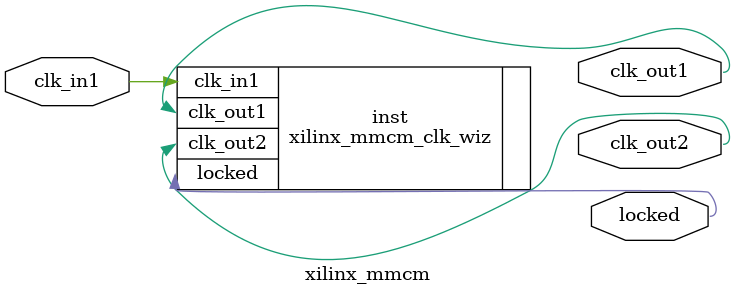
<source format=v>


`timescale 1ps/1ps

(* CORE_GENERATION_INFO = "xilinx_mmcm,clk_wiz_v6_0_4_0_0,{component_name=xilinx_mmcm,use_phase_alignment=true,use_min_o_jitter=false,use_max_i_jitter=false,use_dyn_phase_shift=false,use_inclk_switchover=false,use_dyn_reconfig=false,enable_axi=0,feedback_source=FDBK_AUTO,PRIMITIVE=MMCM,num_out_clk=2,clkin1_period=10.000,clkin2_period=10.000,use_power_down=false,use_reset=false,use_locked=true,use_inclk_stopped=false,feedback_type=SINGLE,CLOCK_MGR_TYPE=NA,manual_override=false}" *)

module xilinx_mmcm 
 (
  // Clock out ports
  output        clk_out1,
  output        clk_out2,
  // Status and control signals
  output        locked,
 // Clock in ports
  input         clk_in1
 );

  xilinx_mmcm_clk_wiz inst
  (
  // Clock out ports  
  .clk_out1(clk_out1),
  .clk_out2(clk_out2),
  // Status and control signals               
  .locked(locked),
 // Clock in ports
  .clk_in1(clk_in1)
  );

endmodule

</source>
